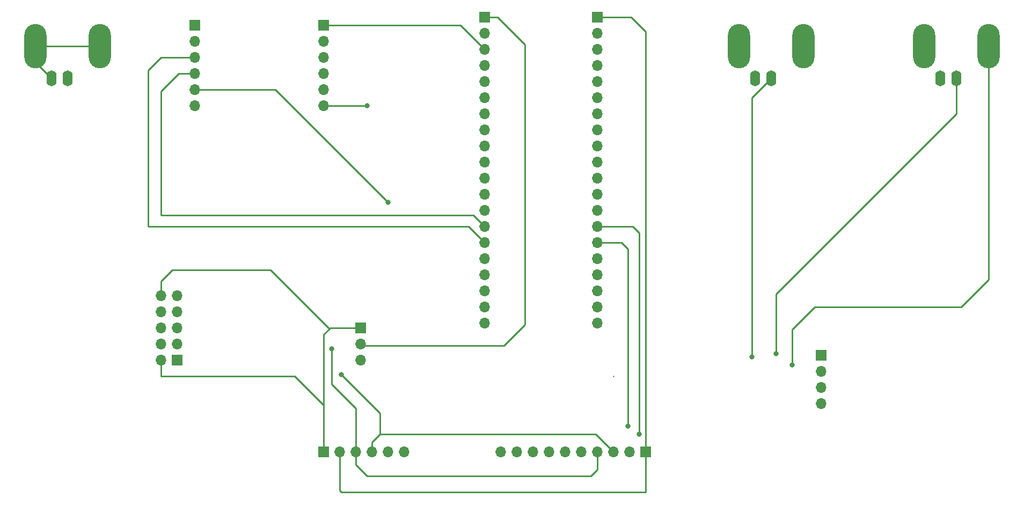
<source format=gbr>
%TF.GenerationSoftware,KiCad,Pcbnew,(5.1.10)-1*%
%TF.CreationDate,2021-07-17T12:24:20-04:00*%
%TF.ProjectId,PID-controller-pcb,5049442d-636f-46e7-9472-6f6c6c65722d,rev?*%
%TF.SameCoordinates,Original*%
%TF.FileFunction,Copper,L1,Top*%
%TF.FilePolarity,Positive*%
%FSLAX46Y46*%
G04 Gerber Fmt 4.6, Leading zero omitted, Abs format (unit mm)*
G04 Created by KiCad (PCBNEW (5.1.10)-1) date 2021-07-17 12:24:20*
%MOMM*%
%LPD*%
G01*
G04 APERTURE LIST*
%TA.AperFunction,ComponentPad*%
%ADD10O,1.700000X1.700000*%
%TD*%
%TA.AperFunction,ComponentPad*%
%ADD11R,1.700000X1.700000*%
%TD*%
%TA.AperFunction,ComponentPad*%
%ADD12O,3.500000X7.000000*%
%TD*%
%TA.AperFunction,ComponentPad*%
%ADD13O,1.600000X2.500000*%
%TD*%
%TA.AperFunction,ViaPad*%
%ADD14C,0.800000*%
%TD*%
%TA.AperFunction,Conductor*%
%ADD15C,0.250000*%
%TD*%
G04 APERTURE END LIST*
D10*
%TO.P,Beagle Header,10*%
%TO.N,N/C*%
X130556000Y-93472000D03*
%TO.P,Beagle Header,9*%
X133096000Y-93472000D03*
%TO.P,Beagle Header,8*%
X130556000Y-96012000D03*
%TO.P,Beagle Header,7*%
X133096000Y-96012000D03*
%TO.P,Beagle Header,6*%
X130556000Y-98552000D03*
%TO.P,Beagle Header,5*%
X133096000Y-98552000D03*
%TO.P,Beagle Header,4*%
X130556000Y-101092000D03*
%TO.P,Beagle Header,3*%
X133096000Y-101092000D03*
%TO.P,Beagle Header,2*%
X130556000Y-103632000D03*
D11*
%TO.P,Beagle Header,1*%
X133096000Y-103632000D03*
%TD*%
D12*
%TO.P,ThermInBNC,2*%
%TO.N,N/C*%
X250952000Y-54102000D03*
X261112000Y-54102000D03*
D13*
%TO.P,ThermInBNC,1*%
X256032000Y-59182000D03*
%TO.P,ThermInBNC,2*%
X253492000Y-59182000D03*
%TD*%
D10*
%TO.P,SW1,3*%
%TO.N,N/C*%
X162052000Y-103632000D03*
%TO.P,SW1,2*%
X162052000Y-101092000D03*
D11*
%TO.P,SW1,1*%
X162052000Y-98552000D03*
%TD*%
D12*
%TO.P,CurrInBNC,2*%
%TO.N,N/C*%
X221742000Y-54102000D03*
X231902000Y-54102000D03*
D13*
%TO.P,CurrInBNC,1*%
X226822000Y-59182000D03*
%TO.P,CurrInBNC,2*%
X224282000Y-59182000D03*
%TD*%
%TO.P,CurrOutBNC,2*%
%TO.N,N/C*%
X113284000Y-59182000D03*
%TO.P,CurrOutBNC,1*%
X115824000Y-59182000D03*
D12*
%TO.P,CurrOutBNC,2*%
X120904000Y-54102000D03*
X110744000Y-54102000D03*
%TD*%
D10*
%TO.P,QWIIK LCD,4*%
%TO.N,N/C*%
X234696000Y-110490000D03*
%TO.P,QWIIK LCD,3*%
X234696000Y-107950000D03*
%TO.P,QWIIK LCD,2*%
X234696000Y-105410000D03*
D11*
%TO.P,QWIIK LCD,1*%
X234696000Y-102870000D03*
%TD*%
D10*
%TO.P,Pico2,20*%
%TO.N,N/C*%
X199390000Y-97790000D03*
%TO.P,Pico2,19*%
X199390000Y-95250000D03*
%TO.P,Pico2,18*%
X199390000Y-92710000D03*
%TO.P,Pico2,17*%
X199390000Y-90170000D03*
%TO.P,Pico2,16*%
X199390000Y-87630000D03*
%TO.P,Pico2,15*%
X199390000Y-85090000D03*
%TO.P,Pico2,14*%
X199390000Y-82550000D03*
%TO.P,Pico2,13*%
X199390000Y-80010000D03*
%TO.P,Pico2,12*%
X199390000Y-77470000D03*
%TO.P,Pico2,11*%
X199390000Y-74930000D03*
%TO.P,Pico2,10*%
X199390000Y-72390000D03*
%TO.P,Pico2,9*%
X199390000Y-69850000D03*
%TO.P,Pico2,8*%
X199390000Y-67310000D03*
%TO.P,Pico2,7*%
X199390000Y-64770000D03*
%TO.P,Pico2,6*%
X199390000Y-62230000D03*
%TO.P,Pico2,5*%
X199390000Y-59690000D03*
%TO.P,Pico2,4*%
X199390000Y-57150000D03*
%TO.P,Pico2,3*%
X199390000Y-54610000D03*
%TO.P,Pico2,2*%
X199390000Y-52070000D03*
D11*
%TO.P,Pico2,1*%
X199390000Y-49530000D03*
%TD*%
D10*
%TO.P,Pico1,20*%
%TO.N,N/C*%
X181610000Y-97790000D03*
%TO.P,Pico1,19*%
X181610000Y-95250000D03*
%TO.P,Pico1,18*%
X181610000Y-92710000D03*
%TO.P,Pico1,17*%
X181610000Y-90170000D03*
%TO.P,Pico1,16*%
X181610000Y-87630000D03*
%TO.P,Pico1,15*%
X181610000Y-85090000D03*
%TO.P,Pico1,14*%
X181610000Y-82550000D03*
%TO.P,Pico1,13*%
X181610000Y-80010000D03*
%TO.P,Pico1,12*%
X181610000Y-77470000D03*
%TO.P,Pico1,11*%
X181610000Y-74930000D03*
%TO.P,Pico1,10*%
X181610000Y-72390000D03*
%TO.P,Pico1,9*%
X181610000Y-69850000D03*
%TO.P,Pico1,8*%
X181610000Y-67310000D03*
%TO.P,Pico1,7*%
X181610000Y-64770000D03*
%TO.P,Pico1,6*%
X181610000Y-62230000D03*
%TO.P,Pico1,5*%
X181610000Y-59690000D03*
%TO.P,Pico1,4*%
X181610000Y-57150000D03*
%TO.P,Pico1,3*%
X181610000Y-54610000D03*
%TO.P,Pico1,2*%
X181610000Y-52070000D03*
D11*
%TO.P,Pico1,1*%
X181610000Y-49530000D03*
%TD*%
D10*
%TO.P,ETH2,6*%
%TO.N,N/C*%
X156210000Y-63500000D03*
%TO.P,ETH2,5*%
X156210000Y-60960000D03*
%TO.P,ETH2,4*%
X156210000Y-58420000D03*
%TO.P,ETH2,3*%
X156210000Y-55880000D03*
%TO.P,ETH2,2*%
X156210000Y-53340000D03*
D11*
%TO.P,ETH2,1*%
X156210000Y-50800000D03*
%TD*%
D10*
%TO.P,ETH1,6*%
%TO.N,N/C*%
X135890000Y-63500000D03*
%TO.P,ETH1,5*%
X135890000Y-60960000D03*
%TO.P,ETH1,4*%
X135890000Y-58420000D03*
%TO.P,ETH1,3*%
X135890000Y-55880000D03*
%TO.P,ETH1,2*%
X135890000Y-53340000D03*
D11*
%TO.P,ETH1,1*%
X135890000Y-50800000D03*
%TD*%
D10*
%TO.P,ADS,10*%
%TO.N,N/C*%
X184150000Y-118110000D03*
%TO.P,ADS,9*%
X186690000Y-118110000D03*
%TO.P,ADS,8*%
X189230000Y-118110000D03*
%TO.P,ADS,7*%
X191770000Y-118110000D03*
%TO.P,ADS,6*%
X194310000Y-118110000D03*
%TO.P,ADS,5*%
X196850000Y-118110000D03*
%TO.P,ADS,4*%
X199390000Y-118110000D03*
%TO.P,ADS,3*%
X201930000Y-118110000D03*
%TO.P,ADS,2*%
X204470000Y-118110000D03*
D11*
%TO.P,ADS,1*%
X207010000Y-118110000D03*
%TD*%
D10*
%TO.P,DAC,6*%
%TO.N,N/C*%
X168910000Y-118110000D03*
%TO.P,DAC,5*%
X166370000Y-118110000D03*
%TO.P,DAC,4*%
X163830000Y-118110000D03*
%TO.P,DAC,3*%
X161290000Y-118110000D03*
%TO.P,DAC,2*%
X158750000Y-118110000D03*
D11*
%TO.P,DAC,1*%
X156210000Y-118110000D03*
%TD*%
D14*
%TO.N,*%
X166370000Y-78740000D03*
X163068000Y-63500000D03*
X227584000Y-102616000D03*
X223774000Y-103124000D03*
X204216000Y-114046000D03*
X205994000Y-115316000D03*
X230124000Y-104394000D03*
X159004000Y-105918000D03*
X157480000Y-101854000D03*
%TD*%
D15*
%TO.N,*%
X163068000Y-63500000D02*
X163068000Y-63500000D01*
X135890000Y-55880000D02*
X130556000Y-55880000D01*
X130556000Y-55880000D02*
X128524000Y-57912000D01*
X128524000Y-57912000D02*
X128524000Y-82550000D01*
X179070000Y-82550000D02*
X181610000Y-85090000D01*
X128524000Y-82550000D02*
X179070000Y-82550000D01*
X179832000Y-80772000D02*
X181610000Y-82550000D01*
X130556000Y-80772000D02*
X179832000Y-80772000D01*
X130556000Y-61214000D02*
X130556000Y-80772000D01*
X133350000Y-58420000D02*
X130556000Y-61214000D01*
X135890000Y-58420000D02*
X133350000Y-58420000D01*
X135890000Y-60960000D02*
X148590000Y-60960000D01*
X148590000Y-60960000D02*
X166370000Y-78740000D01*
X166370000Y-78740000D02*
X166370000Y-78740000D01*
X177800000Y-50800000D02*
X181610000Y-54610000D01*
X156210000Y-50800000D02*
X177800000Y-50800000D01*
X156210000Y-63500000D02*
X163068000Y-63500000D01*
X199390000Y-49530000D02*
X204724000Y-49530000D01*
X207010000Y-118110000D02*
X207010000Y-51816000D01*
X207010000Y-51816000D02*
X204724000Y-49530000D01*
X159004000Y-124460000D02*
X207010000Y-124460000D01*
X207010000Y-124460000D02*
X207010000Y-118110000D01*
X158750000Y-124206000D02*
X159004000Y-124460000D01*
X158750000Y-118110000D02*
X158750000Y-124206000D01*
X161290000Y-118110000D02*
X161290000Y-120142000D01*
X161290000Y-120142000D02*
X163068000Y-121920000D01*
X163068000Y-121920000D02*
X198374000Y-121920000D01*
X198374000Y-121920000D02*
X199390000Y-120904000D01*
X199390000Y-120904000D02*
X199390000Y-118110000D01*
X163830000Y-118110000D02*
X163830000Y-116586000D01*
X163830000Y-116586000D02*
X165100000Y-115316000D01*
X199136000Y-115316000D02*
X201930000Y-118110000D01*
X165100000Y-115316000D02*
X199136000Y-115316000D01*
X201930000Y-106172000D02*
X201930000Y-106172000D01*
X227584000Y-102616000D02*
X227584000Y-93218000D01*
X204216000Y-114046000D02*
X204216000Y-86106000D01*
X205994000Y-114046000D02*
X205994000Y-83566000D01*
X204978000Y-82550000D02*
X199390000Y-82550000D01*
X205994000Y-83566000D02*
X204978000Y-82550000D01*
X204216000Y-86106000D02*
X203200000Y-85090000D01*
X203200000Y-85090000D02*
X199390000Y-85090000D01*
X205994000Y-114046000D02*
X205994000Y-115316000D01*
X157226000Y-98552000D02*
X162052000Y-98552000D01*
X162306000Y-101346000D02*
X162052000Y-101092000D01*
X184658000Y-101346000D02*
X162306000Y-101346000D01*
X187960000Y-98044000D02*
X184658000Y-101346000D01*
X187960000Y-53848000D02*
X187960000Y-98044000D01*
X183642000Y-49530000D02*
X187960000Y-53848000D01*
X181610000Y-49530000D02*
X183642000Y-49530000D01*
X256032000Y-64770000D02*
X256032000Y-59182000D01*
X227584000Y-93218000D02*
X256032000Y-64770000D01*
X223774000Y-62230000D02*
X226822000Y-59182000D01*
X223774000Y-76200000D02*
X223774000Y-62230000D01*
X223774000Y-103124000D02*
X223774000Y-76200000D01*
X223774000Y-76200000D02*
X223774000Y-75946000D01*
X120904000Y-54102000D02*
X110744000Y-54102000D01*
X110744000Y-56642000D02*
X113284000Y-59182000D01*
X110744000Y-54102000D02*
X110744000Y-56642000D01*
X256794000Y-95250000D02*
X261112000Y-90932000D01*
X261112000Y-90932000D02*
X261112000Y-54102000D01*
X233680000Y-95250000D02*
X256794000Y-95250000D01*
X230124000Y-98806000D02*
X233680000Y-95250000D01*
X230124000Y-104394000D02*
X230124000Y-98806000D01*
X156210000Y-100076000D02*
X156210000Y-99568000D01*
X156210000Y-118110000D02*
X156210000Y-100076000D01*
X165100000Y-115316000D02*
X165100000Y-112014000D01*
X165100000Y-112014000D02*
X159004000Y-105918000D01*
X157480000Y-107442000D02*
X157480000Y-101854000D01*
X161290000Y-111252000D02*
X157480000Y-107442000D01*
X161290000Y-118110000D02*
X161290000Y-111252000D01*
X130556000Y-93472000D02*
X130556000Y-91186000D01*
X130556000Y-91186000D02*
X132334000Y-89408000D01*
X132334000Y-89408000D02*
X147828000Y-89408000D01*
X147828000Y-89408000D02*
X157099000Y-98679000D01*
X157099000Y-98679000D02*
X157226000Y-98552000D01*
X156210000Y-99568000D02*
X157099000Y-98679000D01*
X130556000Y-106172000D02*
X130556000Y-103632000D01*
X151638000Y-106172000D02*
X130556000Y-106172000D01*
X156210000Y-110744000D02*
X151638000Y-106172000D01*
X156210000Y-108966000D02*
X156210000Y-110744000D01*
%TD*%
M02*

</source>
